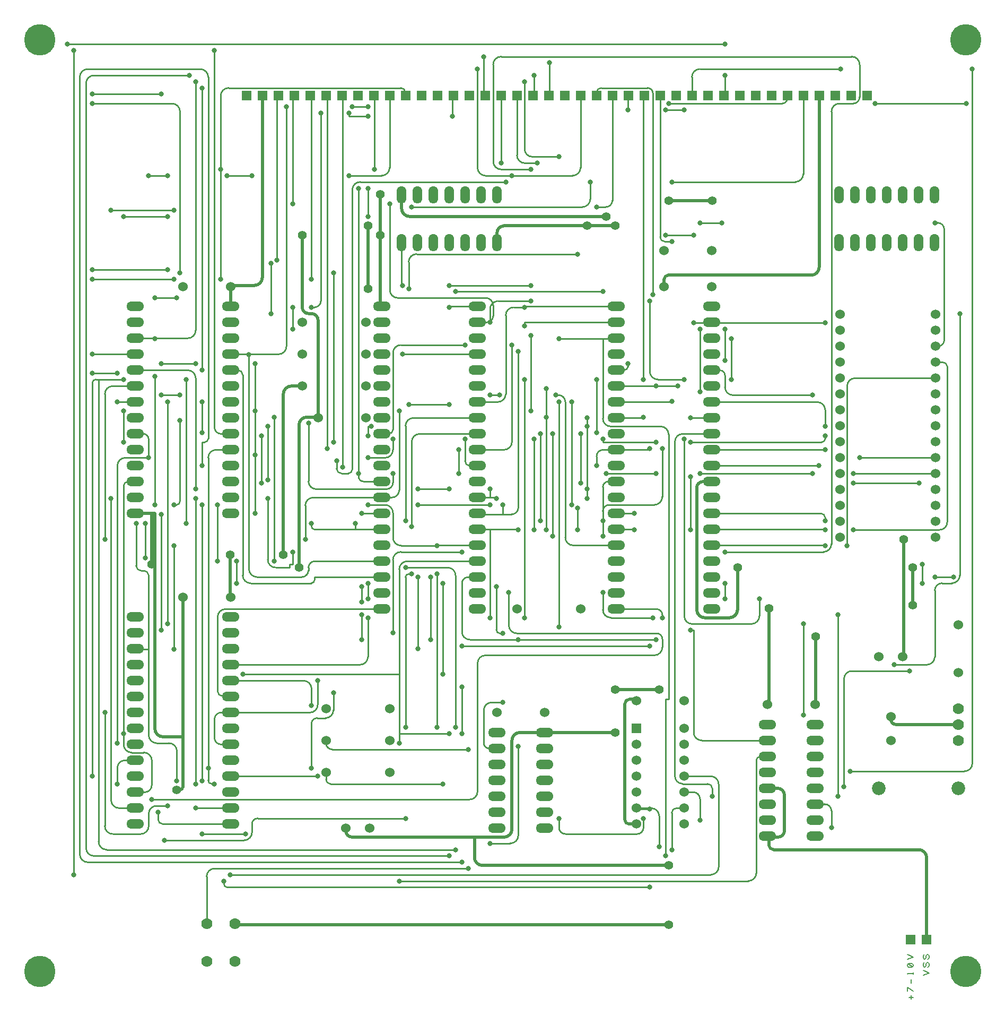
<source format=gbr>
G04 EasyPC Gerber Version 20.0.2 Build 4112 *
G04 #@! TF.Part,Single*
G04 #@! TF.FileFunction,Copper,L2,Bot *
%FSLAX35Y35*%
%MOIN*%
G04 #@! TA.AperFunction,ComponentPad*
%ADD75O,0.06000X0.11000*%
%ADD71R,0.06000X0.06000*%
G04 #@! TD.AperFunction*
%ADD12C,0.00500*%
%ADD15C,0.01000*%
%ADD24C,0.02000*%
G04 #@! TA.AperFunction,ViaPad*
%ADD25C,0.03200*%
%ADD23C,0.05600*%
G04 #@! TA.AperFunction,ComponentPad*
%ADD70C,0.06000*%
%ADD21C,0.07000*%
%ADD22C,0.08600*%
G04 #@! TA.AperFunction,WasherPad*
%ADD18C,0.19685*%
G04 #@! TA.AperFunction,ComponentPad*
%ADD19O,0.11000X0.06000*%
X0Y0D02*
D02*
D12*
X575913Y10600D02*
Y13100D01*
X577163Y11850D02*
X574663D01*
X577163Y15600D02*
X573413Y18100D01*
Y15600*
X575913Y20600D02*
Y23100D01*
X577163Y26225D02*
Y27475D01*
Y26850D02*
X573413D01*
X574037Y26225*
X576850Y30913D02*
X577163Y31537D01*
Y32163*
X576850Y32787*
X576225Y33100*
X574350*
X573725Y32787*
X573413Y32163*
Y31537*
X573725Y30913*
X574350Y30600*
X576225*
X576850Y30913*
X573725Y32787*
X573413Y35600D02*
X577163Y37163D01*
X573413Y38725*
X583413Y25600D02*
X587163Y27163D01*
X583413Y28725*
X586225Y30600D02*
X586850Y30913D01*
X587163Y31537*
Y32787*
X586850Y33413*
X586225Y33725*
X585600Y33413*
X585287Y32787*
Y31537*
X584975Y30913*
X584350Y30600*
X583725Y30913*
X583413Y31537*
Y32787*
X583725Y33413*
X584350Y33725*
X586225Y35600D02*
X586850Y35913D01*
X587163Y36537*
Y37787*
X586850Y38413*
X586225Y38725*
X585600Y38413*
X585287Y37787*
Y36537*
X584975Y35913*
X584350Y35600*
X583725Y35913*
X583413Y36537*
Y37787*
X583725Y38413*
X584350Y38725*
D02*
D15*
X45482Y610403D02*
X458868D01*
X49419Y606466D02*
Y88750D01*
X61230Y415600D02*
X88100D01*
X61230Y468671D02*
X108474D01*
X61230Y573002D02*
X111348D01*
G75*
G02X116348Y568002J-5000*
G01*
Y466702*
X65167Y399773D02*
X80915D01*
X65167D02*
X63399D01*
G75*
G03X61230Y397604J-2169*
G01*
Y150600*
X65167Y399773D02*
Y109498D01*
G75*
G03X70167Y104498I5000*
G01*
X289576*
X69104Y190600D02*
Y119340D01*
G75*
G03X74104Y114340I5000*
G01*
X91663*
G75*
G03X96663Y119340J5000*
G01*
Y127057*
G75*
G02X101663Y132057I5000*
G01*
X108474*
X69104Y299380D02*
Y390600D01*
G75*
G02X74104Y395600I5000*
G01*
X88100*
X73041Y324970D02*
Y135600D01*
G75*
G03X78041Y130600I5000*
G01*
X88100*
X73041Y506072D02*
X112411D01*
X76978Y145836D02*
Y155923D01*
G75*
G02X81655Y160600I4677*
G01*
X88100*
X76978Y171427D02*
Y345561D01*
G75*
G02X81978Y350561I5000*
G01*
X96663*
X76978Y385600D02*
X88100D01*
X76978Y403710D02*
X61230D01*
X80915Y177332D02*
Y332891D01*
G75*
G02X83624Y335600I2709*
G01*
X88100*
X80915Y177332D02*
Y170521D01*
G75*
G03X85915Y165521I5000*
G01*
X93631*
G75*
G02X98631Y160521J-5000*
G01*
Y144982*
G75*
G02X94250Y140600I-4382*
G01*
X88100*
X80915Y380088D02*
Y360403D01*
X94694Y309222D02*
Y287569D01*
X96663Y230482D02*
X88789D01*
X88100Y230600*
X96663Y230482D02*
Y276641D01*
G75*
G03X93610Y279694I-3053*
G01*
X91842*
G75*
G02X88789Y282748J3053*
G01*
Y309222*
X96663Y230482D02*
Y176427D01*
G75*
G03X101663Y171427I5000*
G01*
X109380*
G75*
G02X114380Y166427J-5000*
G01*
Y147805*
X96663Y350561D02*
Y362202D01*
G75*
G03X93265Y365600I-3398*
G01*
X88100*
X98631Y135994D02*
X298356D01*
G75*
G03X303356Y140994J5000*
G01*
Y221545*
G75*
G02X308356Y226545I5000*
G01*
X414498*
G75*
G03X419498Y231545J5000*
G01*
Y236819*
G75*
G03X415992Y240324I-3506*
G01*
X328041*
G75*
G02X323041Y245324J5000*
G01*
Y265915*
X100600Y401742D02*
Y321033D01*
Y425600D02*
X88100D01*
X100600D02*
Y425364D01*
Y425600D02*
X121191D01*
G75*
G03X126191Y430600J5000*
G01*
Y586781*
X100600Y450954D02*
X114380D01*
X102569Y128120D02*
Y123476D01*
G75*
G03X105444Y120600I2876*
G01*
X148100*
X104537Y315128D02*
Y242293D01*
Y578907D02*
X61230D01*
X108474Y246230D02*
Y385600D01*
Y502135D02*
X80915D01*
X108474Y527726D02*
X96663D01*
X112411Y295443D02*
Y230482D01*
Y462765D02*
X61230D01*
X116348Y374183D02*
Y323202D01*
G75*
G02X114179Y321033I-2169*
G01*
X112411*
X116348Y389931D02*
X104537D01*
X120285Y399773D02*
Y309222D01*
X126191Y130600D02*
X148100D01*
X126191Y145836D02*
Y324970D01*
Y330876D02*
Y400600D01*
G75*
G03X121191Y405600I-5000*
G01*
X88100*
X126191Y409616D02*
X104537D01*
X130128Y147805D02*
Y321033D01*
Y385600D02*
Y366309D01*
Y405679D02*
Y582844D01*
X134065Y155679D02*
Y350600D01*
G75*
G02X139065Y355600I5000*
G01*
X148100*
X134065Y155679D02*
Y148006D01*
G75*
G03X136234Y145836I2169*
G01*
X138002*
Y606466D02*
Y369765D01*
G75*
G03X142167Y365600I4165*
G01*
X148100*
X139970Y285600D02*
Y321033D01*
X141939Y531663D02*
Y462765D01*
Y531663D02*
Y577844D01*
G75*
G02X146939Y582844I5000*
G01*
X255124*
G75*
G02X258100Y579868J-2976*
G01*
Y578100*
X147844Y88750D02*
X449931D01*
G75*
G03X454931Y93750J5000*
G01*
Y145600*
G75*
G03X449931Y150600I-5000*
G01*
X433100*
X148100Y190600D02*
X142167D01*
G75*
G03X138002Y186435J-4165*
G01*
Y174765*
G75*
G03X142167Y170600I4165*
G01*
X148100*
Y200600D02*
X147844Y200954D01*
X143023*
G75*
G02X139970Y204007J3053*
G01*
Y250600*
G75*
G02X144970Y255600I5000*
G01*
X243100*
X151781Y271820D02*
Y285600D01*
X157687Y114340D02*
X130128D01*
X159655Y415521D02*
Y280757D01*
G75*
G03X164655Y275757I5000*
G01*
X193019*
G75*
G03X197057Y279795J4037*
G01*
Y281563*
G75*
G02X201094Y285600I4037*
G01*
X243100*
X161624Y527726D02*
X145876D01*
X163592Y315600D02*
Y409616D01*
Y380088D02*
Y352529D01*
X167529Y364340D02*
Y334813D01*
X171466Y324970D02*
Y286663D01*
G75*
G03X176466Y281663I5000*
G01*
X185246*
Y283631*
X187214*
Y291506*
X171466Y370246D02*
Y336781D01*
X173435Y472608D02*
Y441112D01*
X175403Y285600D02*
Y376151D01*
X177372Y474576D02*
Y578100D01*
X178100*
X183277Y571033D02*
Y420600D01*
G75*
G02X178277Y415600I-5000*
G01*
X148100*
X187214Y431269D02*
Y445049D01*
Y510009D02*
Y578100D01*
X188100*
X195088Y299380D02*
Y320600D01*
G75*
G02X200088Y325600I5000*
G01*
X243100*
X197057Y372214D02*
Y335876D01*
G75*
G03X202057Y330876I5000*
G01*
X246169*
G75*
G03X250206Y334913J4037*
G01*
Y340718*
X199025Y155679D02*
Y183669D01*
G75*
G02X202531Y187175I3506*
G01*
X207805*
G75*
G03X212805Y192175J5000*
G01*
Y202923*
X199025Y195049D02*
Y205600D01*
G75*
G03X194025Y210600I-5000*
G01*
X148100*
X199025Y445049D02*
X200793D01*
G75*
G03X204931Y449187J4138*
G01*
Y567096*
X199025Y462765D02*
Y578100D01*
X198100*
X202962Y150600D02*
X148100D01*
X202962Y210797D02*
Y195600D01*
G75*
G02X197962Y190600I-5000*
G01*
X148100*
X208868Y356466D02*
Y578100D01*
X208100*
X212805Y466702D02*
Y360403D01*
X214773Y348592D02*
Y343771D01*
G75*
G03X217826Y340718I3053*
G01*
X222105*
G75*
G03X224616Y343229J2511*
G01*
Y518789*
G75*
G02X229616Y523789I5000*
G01*
X321072*
X218710Y344655D02*
Y578100D01*
X218100*
X222647Y527726D02*
X243100D01*
G75*
G03X248100Y532726J5000*
G01*
Y578100*
X222647Y567096D02*
Y565128D01*
X234458*
X224616Y571033D02*
X234458D01*
X226584Y305600D02*
X243100D01*
X226584D02*
Y309222D01*
Y305600D02*
X200880D01*
G75*
G02X199025Y307454J1854*
G01*
Y309222*
X228553Y340718D02*
Y338950D01*
G75*
G03X231903Y335600I3350*
G01*
X243100*
X228553Y519852D02*
Y340718D01*
X230521Y252135D02*
Y236387D01*
Y269852D02*
Y260009D01*
Y315600D02*
X243100D01*
X234458Y250167D02*
Y225600D01*
G75*
G02X229458Y220600I-5000*
G01*
X148100*
X234458Y261978D02*
Y271820D01*
Y350561D02*
X245206D01*
G75*
G03X250206Y355561J5000*
G01*
Y362372*
X234458Y519852D02*
Y502135D01*
X236427Y370246D02*
X234458D01*
Y364340*
X238395Y531663D02*
Y578100D01*
X238100*
X243100Y275600D02*
X242332Y275757D01*
X200994*
Y273990*
G75*
G02X198824Y271820I-2169*
G01*
X160718*
G75*
G02X155718Y276820J5000*
G01*
Y402675*
G75*
G03X152793Y405600I-2925*
G01*
X148100*
X248238Y510009D02*
Y455954D01*
G75*
G03X253238Y450954I5000*
G01*
X308488*
G75*
G02X313198Y446244J-4711*
G01*
Y439765*
G75*
G02X309033Y435600I-4165*
G01*
X303100*
X254143Y84813D02*
X473553D01*
G75*
G03X478553Y89813J5000*
G01*
Y160460*
G75*
G02X481193Y163100I2640*
G01*
X485600*
X254143Y177332D02*
Y214734D01*
Y177332D02*
Y171427D01*
Y177332D02*
X285639D01*
X254143Y214734D02*
Y280600D01*
G75*
G02X259143Y285600I5000*
G01*
X303100*
X254143Y214734D02*
X155718D01*
X254143Y380088D02*
Y330238D01*
G75*
G02X249506Y325600I-4638*
G01*
X243100*
X256112Y415600D02*
X303100D01*
X256112Y458828D02*
X255600D01*
Y485600*
X258080Y124183D02*
X165130D01*
G75*
G03X161624Y120677J-3506*
G01*
Y115403*
G75*
G02X156624Y110403I-5000*
G01*
X106506*
X258080Y281663D02*
X284576D01*
G75*
G02X289576Y276663J-5000*
G01*
Y181269*
X258080Y311191D02*
Y370600D01*
G75*
G02X263080Y375600I5000*
G01*
X303100*
X260049Y456860D02*
Y473513D01*
G75*
G02X265049Y478513I5000*
G01*
X366348*
X262017Y277726D02*
X260250D01*
G75*
G03X258080Y275557J-2169*
G01*
Y181269*
X262017Y307254D02*
Y360600D01*
G75*
G02X267017Y365600I5000*
G01*
X303100*
X262017Y508041D02*
X369222D01*
G75*
G03X374222Y513041J5000*
G01*
Y523789*
X265954Y275757D02*
Y230600D01*
Y330876D02*
X285639D01*
X273828Y236387D02*
Y275757D01*
X277765Y181269D02*
Y277726D01*
Y295443D02*
Y295600D01*
X303100*
X277765Y295443D02*
X255206D01*
G75*
G02X250206Y300443J5000*
G01*
Y316033*
G75*
G03X245206Y321033I-5000*
G01*
X234458*
X281702Y145836D02*
X210848D01*
G75*
G02X208100Y148584J2748*
G01*
Y153100*
X281702Y214734D02*
Y271820D01*
X285639Y100561D02*
X62293D01*
G75*
G02X57293Y105561J5000*
G01*
Y585718*
G75*
G02X62293Y590718I5000*
G01*
X122254*
X285639Y384025D02*
X260049D01*
X285639Y445049D02*
Y445600D01*
X303100*
X287608Y565128D02*
Y578100D01*
X288100*
X289576Y454891D02*
X382096D01*
X291545Y355600D02*
Y340718D01*
X293513Y96624D02*
X58356D01*
G75*
G02X53356Y101624J5000*
G01*
Y589655*
G75*
G02X58356Y594655I5000*
G01*
X129065*
G75*
G02X134065Y589655J-5000*
G01*
Y362572*
G75*
G02X131895Y360403I-2169*
G01*
X130128*
Y345600*
X293513Y206860D02*
Y177332D01*
Y291506D02*
X255206D01*
G75*
G03X250206Y286506J-5000*
G01*
Y240600*
X295482Y362372D02*
Y348525D01*
G75*
G03X298407Y345600I2925*
G01*
X303100*
X295482Y421427D02*
X255206D01*
G75*
G03X250206Y416427J-5000*
G01*
Y368269*
G75*
G02X247537Y365600I-2669*
G01*
X243100*
X297450Y92687D02*
X138100D01*
G75*
G03X133100Y87687J-5000*
G01*
Y58100*
X297450Y167490D02*
X211943D01*
G75*
G02X208100Y171332J3843*
G01*
Y173100*
X303100Y305600D02*
X311230D01*
X303100Y325600D02*
X311230D01*
X307293Y602529D02*
Y578100D01*
X308100*
X311230Y108435D02*
X323946D01*
G75*
G03X328946Y113435J5000*
G01*
Y169458*
X311230Y250167D02*
Y305600D01*
Y321033D02*
X265954D01*
X311230Y330876D02*
Y325600D01*
Y389931D02*
X317135D01*
X315167Y269852D02*
Y242494D01*
G75*
G03X317336Y240324I2169*
G01*
X319104*
X315167Y324970D02*
Y325600D01*
X311230*
X318100Y535600D02*
Y578100D01*
X319104Y197017D02*
X312293D01*
G75*
G03X307293Y192017J-5000*
G01*
Y171370*
G75*
G03X310563Y168100I3270*
G01*
X315600*
X319104Y315128D02*
X303356D01*
X303100Y315600*
X319104Y315128D02*
X324909D01*
G75*
G03X328946Y319165J4037*
G01*
Y417490*
X319104Y315128D02*
Y321033D01*
X325009Y421427D02*
Y360600D01*
G75*
G02X320009Y355600I-5000*
G01*
X303100*
X325009Y527726D02*
X363100D01*
G75*
G03X368100Y532726J5000*
G01*
Y578100*
X325009Y527726D02*
X308356D01*
G75*
G02X303356Y532726J5000*
G01*
Y594655*
X328946Y236387D02*
X298513D01*
G75*
G02X293513Y241387J5000*
G01*
Y271691*
G75*
G02X297423Y275600I3909*
G01*
X303100*
X328946Y236387D02*
X415561D01*
X328946Y305285D02*
Y305600D01*
X311230*
X332883Y250167D02*
Y399773D01*
Y433238D02*
Y435600D01*
X390600*
X332883Y445049D02*
X326072D01*
G75*
G03X321072Y440049J-5000*
G01*
Y390600*
G75*
G02X316072Y385600I-5000*
G01*
X303100*
X332883Y445049D02*
Y445600D01*
X390600*
X332883Y586781D02*
Y544537D01*
G75*
G03X337883Y539537I5000*
G01*
X354537*
X336820Y380088D02*
Y427332D01*
Y448986D02*
X316230D01*
G75*
G03X311230Y443986J-5000*
G01*
Y435600*
X336820Y458828D02*
X285639D01*
X338789Y305285D02*
Y362372D01*
Y590718D02*
Y578100D01*
X338100*
X340757Y535600D02*
X333100D01*
G75*
G02X328100Y540600J5000*
G01*
Y578100*
X342726Y365600D02*
Y311191D01*
X346663Y305285D02*
Y376151D01*
Y393868D02*
Y376151D01*
X348631Y598592D02*
Y578100D01*
X348100*
X350600Y365600D02*
Y301348D01*
X352569Y389931D02*
X354336D01*
G75*
G02X358474Y385793J-4138*
G01*
Y300600*
G75*
G03X363474Y295600I5000*
G01*
X390600*
X354537Y244261D02*
Y385600D01*
X362411D02*
Y321033D01*
X366348Y319065D02*
Y305285D01*
X368317Y365600D02*
Y334813D01*
X372254Y330876D02*
Y370246D01*
Y375600D02*
Y324970D01*
X378159Y345600D02*
Y351484D01*
G75*
G02X382275Y355600I4116*
G01*
X390600*
X378159Y399773D02*
Y366309D01*
Y508041D02*
X384013D01*
G75*
G03X388100Y512128J4087*
G01*
Y578100*
X382096Y265915D02*
Y255167D01*
G75*
G03X387096Y250167I5000*
G01*
X413592*
X382096Y301348D02*
Y332232D01*
G75*
G02X385464Y335600I3368*
G01*
X390600*
X382096Y311191D02*
Y316996D01*
G75*
G02X386133Y321033I4037*
G01*
X414498*
G75*
G03X419498Y326033J5000*
G01*
Y356466*
X382096Y362372D02*
Y360403D01*
X415561*
X382096Y425364D02*
X389970D01*
X390600Y425600*
X382096Y425364D02*
Y375246D01*
G75*
G03X387096Y370246I5000*
G01*
X418435*
G75*
G02X423435Y365246J-5000*
G01*
Y198986*
X421466*
Y100561*
X382096Y425364D02*
X354537D01*
X384065Y340718D02*
X415561D01*
X390600Y395600D02*
X415561D01*
X397844Y409616D02*
Y407848D01*
G75*
G02X395596Y405600I-2248*
G01*
X390600*
X397844Y569065D02*
Y578100D01*
X398100*
X401781Y305285D02*
Y305600D01*
X390600*
X401781Y315600D02*
X390600D01*
X407687Y124183D02*
Y118378D01*
G75*
G02X403649Y114340I-4037*
G01*
X358574*
G75*
G02X354537Y118378J4037*
G01*
Y124183*
X407687Y376151D02*
Y375600D01*
X390600*
X407687Y399773D02*
Y578100D01*
X408100*
X411624Y80876D02*
X146076D01*
G75*
G02X143907Y83045J2169*
G01*
Y84813*
X411624Y130088D02*
X403100D01*
Y130600*
X411624Y232450D02*
X293513D01*
X411624Y356466D02*
Y355600D01*
X390600*
X411624Y448986D02*
Y404773D01*
G75*
G03X416624Y399773I5000*
G01*
X433277*
X413592Y452923D02*
Y579411D01*
G75*
G03X410159Y582844I-3433*
G01*
X381076*
G75*
G03X378100Y579868J-2976*
G01*
Y578100*
X415561Y395600D02*
X417529Y106466*
Y125600D01*
G75*
G03X412529Y130600I-5000*
G01*
X403100*
X419498Y250167D02*
Y251935D01*
G75*
G03X415832Y255600I-3665*
G01*
X390600*
X421466Y490324D02*
X439183D01*
X423435Y573002D02*
X494769D01*
G75*
G03X498100Y576332J3331*
G01*
Y578100*
X425403Y104498D02*
Y127635D01*
G75*
G02X428368Y130600I2965*
G01*
X433100*
X425403Y385994D02*
Y385600D01*
X390600*
X425403Y486387D02*
X420868D01*
G75*
G02X418100Y489155J2768*
G01*
Y578100*
X425403Y523789D02*
X503100D01*
G75*
G03X508100Y528789J5000*
G01*
Y578100*
X429340Y395836D02*
Y395600D01*
X415561*
X433277Y569065D02*
X421466D01*
X437214Y242293D02*
X439183D01*
Y178100*
G75*
G03X444183Y173100I5000*
G01*
X485600*
X437214Y338750D02*
Y305285D01*
Y360403D02*
X519691D01*
G75*
G03X521860Y362572J2169*
G01*
Y364340*
X437214Y375600D02*
X450600D01*
X443120Y123100D02*
Y136474D01*
G75*
G03X438994Y140600I-4126*
G01*
X433100*
X443120Y391899D02*
Y431269D01*
Y498198D02*
X456899D01*
X450994Y137962D02*
Y142783D01*
G75*
G03X447941Y145836I-3053*
G01*
X432372*
G75*
G02X427372Y150836J5000*
G01*
Y360600*
G75*
G02X432372Y365600I5000*
G01*
X450600*
X450994Y435206D02*
X450600Y435600D01*
X450994Y435206D02*
X439183D01*
X450994D02*
X521860D01*
X458868Y271820D02*
Y261978D01*
Y291506D02*
X520797D01*
G75*
G03X525797Y296506J5000*
G01*
Y568002*
G75*
G02X530797Y573002I5000*
G01*
X539455*
G75*
G03X543513Y577060J4058*
G01*
Y597529*
G75*
G03X538513Y602529I-5000*
G01*
X318198*
G75*
G03X313198Y597529J-5000*
G01*
Y536663*
G75*
G03X318198Y531663I5000*
G01*
X336820*
X458868Y431269D02*
Y411584D01*
Y590718D02*
Y578100D01*
X458100*
X462805Y399773D02*
Y425364D01*
X480521Y261978D02*
Y251230D01*
G75*
G02X475521Y246230I-5000*
G01*
X438277*
G75*
G02X433277Y251230J5000*
G01*
Y362372*
X508080Y246230D02*
Y189143D01*
X513986Y340718D02*
X443120D01*
X513986Y389931D02*
X463868D01*
G75*
G02X458868Y394931J5000*
G01*
Y402350*
G75*
G03X455618Y405600I-3250*
G01*
X450600*
X517923Y345600D02*
X450600D01*
X521860Y295443D02*
Y295600D01*
X450600*
X521860Y305285D02*
Y305600D01*
X450600*
X521860Y311191D02*
Y312958D01*
G75*
G03X519218Y315600I-2642*
G01*
X450600*
X521860Y355600D02*
X450600D01*
X521860Y370246D02*
Y380600D01*
G75*
G03X516860Y385600I-5000*
G01*
X450600*
X525797Y118277D02*
Y128885D01*
G75*
G03X521582Y133100I-4215*
G01*
X515600*
X529734Y252135D02*
Y137962D01*
X531702Y594655D02*
X443100D01*
G75*
G03X438100Y589655J-5000*
G01*
Y578100*
X533671Y143868D02*
Y211702D01*
G75*
G02X538671Y216702I5000*
G01*
X575009*
X535639Y295443D02*
Y395600D01*
G75*
G02X540639Y400600I5000*
G01*
X591100*
X539576Y305285D02*
X593631D01*
G75*
G03X598631Y310285J5000*
G01*
Y407718*
G75*
G03X595750Y410600I-2882*
G01*
X591100*
X539576Y334813D02*
X580915D01*
X539576Y340718D02*
X591100D01*
Y340600*
X543513Y350561D02*
X591100D01*
Y350600*
X565167Y220639D02*
X585757D01*
G75*
G03X590757Y225639J5000*
G01*
Y267330*
G75*
G02X595248Y271820I4490*
G01*
X601506*
G75*
G03X606506Y276820J5000*
G01*
Y441112*
X582883Y283631D02*
Y271820D01*
X590757Y498198D02*
X592525D01*
G75*
G02X596663Y494061J-4138*
G01*
Y424395*
G75*
G02X592868Y420600I-3795*
G01*
X591100*
X602569Y275757D02*
X590757D01*
X610443Y573002D02*
X553356D01*
X614380Y594655D02*
Y158710D01*
G75*
G02X609380Y153710I-5000*
G01*
X537608*
D02*
D18*
X28100Y28100D03*
Y613100D03*
X610049Y28100D03*
Y613100D03*
D02*
D19*
X88100Y120600D03*
Y130600D03*
Y140600D03*
Y150600D03*
Y160600D03*
Y170600D03*
Y180600D03*
Y190600D03*
Y200600D03*
Y210600D03*
Y220600D03*
Y230600D03*
Y240600D03*
Y250600D03*
Y315600D03*
Y325600D03*
Y335600D03*
Y345600D03*
Y355600D03*
Y365600D03*
Y375600D03*
Y385600D03*
Y395600D03*
Y405600D03*
Y415600D03*
Y425600D03*
Y435600D03*
Y445600D03*
X148100Y120600D03*
Y130600D03*
Y140600D03*
Y150600D03*
Y160600D03*
Y170600D03*
Y180600D03*
Y190600D03*
Y200600D03*
Y210600D03*
Y220600D03*
Y230600D03*
Y240600D03*
Y250600D03*
Y315600D03*
Y325600D03*
Y335600D03*
Y345600D03*
Y355600D03*
Y365600D03*
Y375600D03*
Y385600D03*
Y395600D03*
Y405600D03*
Y415600D03*
Y425600D03*
Y435600D03*
Y445600D03*
X243100Y255600D03*
Y265600D03*
Y275600D03*
Y285600D03*
Y295600D03*
Y305600D03*
Y315600D03*
Y325600D03*
Y335600D03*
Y345600D03*
Y355600D03*
Y365600D03*
Y375600D03*
Y385600D03*
Y395600D03*
Y405600D03*
Y415600D03*
Y425600D03*
Y435600D03*
Y445600D03*
X303100Y255600D03*
Y265600D03*
Y275600D03*
Y285600D03*
Y295600D03*
Y305600D03*
Y315600D03*
Y325600D03*
Y335600D03*
Y345600D03*
Y355600D03*
Y365600D03*
Y375600D03*
Y385600D03*
Y395600D03*
Y405600D03*
Y415600D03*
Y425600D03*
Y435600D03*
Y445600D03*
X315600Y118100D03*
Y128100D03*
Y138100D03*
Y148100D03*
Y158100D03*
Y168100D03*
Y178100D03*
X345600Y118100D03*
Y128100D03*
Y138100D03*
Y148100D03*
Y158100D03*
Y168100D03*
Y178100D03*
X390600Y255600D03*
Y265600D03*
Y275600D03*
Y285600D03*
Y295600D03*
Y305600D03*
Y315600D03*
Y325600D03*
Y335600D03*
Y345600D03*
Y355600D03*
Y365600D03*
Y375600D03*
Y385600D03*
Y395600D03*
Y405600D03*
Y415600D03*
Y425600D03*
Y435600D03*
Y445600D03*
X450600Y255600D03*
Y265600D03*
Y275600D03*
Y285600D03*
Y295600D03*
Y305600D03*
Y315600D03*
Y325600D03*
Y335600D03*
Y345600D03*
Y355600D03*
Y365600D03*
Y375600D03*
Y385600D03*
Y395600D03*
Y405600D03*
Y415600D03*
Y425600D03*
Y435600D03*
Y445600D03*
X485600Y113100D03*
Y123100D03*
Y133100D03*
Y143100D03*
Y153100D03*
Y163100D03*
Y173100D03*
Y183100D03*
X515600Y113100D03*
Y123100D03*
Y133100D03*
Y143100D03*
Y153100D03*
Y163100D03*
Y173100D03*
Y183100D03*
D02*
D70*
X118100Y263100D03*
Y458100D03*
X148100Y263100D03*
Y458100D03*
X193100Y395600D03*
Y415600D03*
Y435600D03*
X203100Y375600D03*
X208100Y153100D03*
Y173100D03*
Y193100D03*
X220600Y118100D03*
X233100Y375600D03*
Y395600D03*
Y415600D03*
Y435600D03*
X235600Y118100D03*
X248100Y153100D03*
Y173100D03*
Y193100D03*
X315600Y190600D03*
X328100Y255600D03*
X345600Y190600D03*
X368100Y255600D03*
X403100Y120600D03*
Y130600D03*
Y140600D03*
Y150600D03*
Y160600D03*
Y170600D03*
Y198100D03*
X420600Y458100D03*
Y480600D03*
X433100Y120600D03*
Y130600D03*
Y140600D03*
Y150600D03*
Y160600D03*
Y170600D03*
Y180600D03*
Y198100D03*
X450600Y458100D03*
Y480600D03*
X485600Y195600D03*
X515600D03*
X531100Y300600D03*
Y310600D03*
Y320600D03*
Y330600D03*
Y340600D03*
Y350600D03*
Y360600D03*
Y370600D03*
Y380600D03*
Y390600D03*
Y400600D03*
Y410600D03*
Y420600D03*
Y430600D03*
Y440600D03*
X555600Y225600D03*
X563100Y173100D03*
Y188100D03*
X570600Y225600D03*
X591100Y300600D03*
Y310600D03*
Y320600D03*
Y330600D03*
Y340600D03*
Y350600D03*
Y360600D03*
Y370600D03*
Y380600D03*
Y390600D03*
Y400600D03*
Y410600D03*
Y420600D03*
Y430600D03*
Y440600D03*
X605600Y215600D03*
Y245600D03*
D02*
D71*
X158100Y578100D03*
X168100D03*
X178100D03*
X188100D03*
X198100D03*
X208100D03*
X218100D03*
X228100D03*
X238100D03*
X248100D03*
X258100D03*
X268100D03*
X278100D03*
X288100D03*
X298100D03*
X308100D03*
X318100D03*
X328100D03*
X338100D03*
X348100D03*
X358100D03*
X368100D03*
X378100D03*
X388100D03*
X398100D03*
X403100Y180600D03*
X408100Y578100D03*
X418100D03*
X428100D03*
X438100D03*
X448100D03*
X458100D03*
X468100D03*
X478100D03*
X488100D03*
X498100D03*
X508100D03*
X518100D03*
X528100D03*
X538100D03*
X548100D03*
X575600Y48100D03*
X585600D03*
D02*
D21*
X133100Y34478D03*
Y58100D03*
X150817Y34478D03*
Y58100D03*
X605600Y173100D03*
Y183100D03*
Y193100D03*
D02*
D22*
X555600Y143100D03*
X605600D03*
D02*
D23*
X98631Y283631D03*
X114380Y141899D03*
X147844Y289537D03*
X181309D03*
X191151Y281663D03*
X193120Y490324D03*
X234458Y456860D03*
Y496230D03*
X242332Y490324D03*
Y515915D03*
X372254Y496230D03*
X384065Y502135D03*
X389970Y178100D03*
Y204891D03*
Y496230D03*
X417529Y204891D03*
X423435Y57254D03*
Y94655D03*
Y511978D03*
X450994D03*
X466742Y281663D03*
X486427Y256072D03*
X515954Y238356D03*
X571072Y299380D03*
X576978Y258041D03*
Y281663D03*
D02*
D24*
X98631Y315600D02*
X88100D01*
X98631D02*
Y283631D01*
X118100Y175364D02*
Y263100D01*
Y175364D02*
X105600D01*
G75*
G02X100600Y180364J5000*
G01*
Y315600*
X98631*
X118100Y175364D02*
Y143852D01*
G75*
G02X116147Y141899I-1953*
G01*
X114380*
X147844Y289537D02*
Y263100D01*
X148100*
Y458100D02*
Y445600D01*
Y458100D02*
X147844Y458828D01*
X163100*
G75*
G03X168100Y463828J5000*
G01*
Y578100*
X181309Y289537D02*
Y390600D01*
G75*
G02X186309Y395600I5000*
G01*
X193100*
X191151Y281663D02*
Y371151D01*
G75*
G02X196151Y376151I5000*
G01*
X202962*
X203100Y375600*
X193120Y490324D02*
Y445218D01*
G75*
G03X197226Y441112I4106*
G01*
X198994*
G75*
G02X203100Y437006J-4106*
G01*
Y375600*
X234458Y456860D02*
Y496230D01*
X242332Y490324D02*
Y445600D01*
X243100*
X242332Y490324D02*
Y515915D01*
X301387Y112372D02*
X224561D01*
G75*
G02X220600Y116332J3961*
G01*
Y118100*
X301387Y112372D02*
Y99655D01*
G75*
G03X306387Y94655I5000*
G01*
X423435*
X301387Y112372D02*
X320009D01*
G75*
G03X325009Y117372J5000*
G01*
Y173100*
G75*
G02X330009Y178100I5000*
G01*
X345600*
X372254Y496230D02*
X389970D01*
X372254D02*
X320031D01*
G75*
G03X315600Y491799J-4431*
G01*
Y485600*
X384065Y502135D02*
X260600D01*
G75*
G02X255600Y507135J5000*
G01*
Y515600*
X389970Y178100D02*
X345600D01*
X389970Y204891D02*
X417529D01*
X403100Y198100D02*
X403750Y198986D01*
X398929*
G75*
G03X395876Y195933J-3053*
G01*
Y123328*
G75*
G03X398604Y120600I2728*
G01*
X403100*
X423435Y57254D02*
X150817D01*
Y58100*
X423435Y511978D02*
X450994D01*
X466742Y281663D02*
Y255167D01*
G75*
G02X461742Y250167I-5000*
G01*
X446151*
G75*
G02X441151Y255167J5000*
G01*
Y331759*
G75*
G02X444992Y335600I3841*
G01*
X450600*
X486427Y112372D02*
X485600Y113100D01*
X486427Y112372D02*
X492232D01*
G75*
G03X496269Y116409J4037*
G01*
Y138649*
G75*
G03X491819Y143100I-4451*
G01*
X485600*
X486427Y112372D02*
Y107551D01*
G75*
G03X489480Y104498I3053*
G01*
X580600*
G75*
G02X585600Y99498J-5000*
G01*
Y48100*
X486427Y256072D02*
Y195600D01*
X485600*
X515954Y238356D02*
Y195600D01*
X515600*
X518100Y578100D02*
Y470246D01*
G75*
G02X513100Y465246I-5000*
G01*
X423289*
G75*
G03X420600Y462557J-2689*
G01*
Y458100*
X563100Y188100D02*
Y186332D01*
G75*
G03X566332Y183100I3232*
G01*
X605600*
X571072Y299380D02*
Y225600D01*
X570600*
X576978Y281663D02*
Y258041D01*
D02*
D25*
X45482Y610403D03*
X49419Y88750D03*
Y606466D03*
X61230Y150600D03*
Y403710D03*
Y415600D03*
Y462765D03*
Y468671D03*
Y573002D03*
Y578907D03*
X69104Y190600D03*
Y299380D03*
X73041Y324970D03*
Y506072D03*
X76978Y145836D03*
Y171427D03*
Y385600D03*
Y403710D03*
X80915Y177332D03*
Y360403D03*
Y380088D03*
Y399773D03*
Y502135D03*
X88789Y309222D03*
X94694Y287569D03*
Y309222D03*
X96663Y350561D03*
Y527726D03*
X98631Y135994D03*
X100600Y321033D03*
Y401742D03*
Y425364D03*
Y450954D03*
X102569Y128120D03*
X104537Y242293D03*
Y315128D03*
Y389931D03*
Y409616D03*
Y578907D03*
X106506Y110403D03*
X108474Y132057D03*
Y246230D03*
Y385600D03*
Y468671D03*
Y502135D03*
Y527726D03*
X112411Y230482D03*
Y295443D03*
Y321033D03*
Y462765D03*
Y506072D03*
X114380Y147805D03*
Y450954D03*
X116348Y374183D03*
Y389931D03*
Y466702D03*
X120285Y309222D03*
Y399773D03*
X122254Y590718D03*
X126191Y130600D03*
Y145836D03*
Y324970D03*
Y330876D03*
Y409616D03*
Y586781D03*
X130128Y114340D03*
Y147805D03*
Y321033D03*
Y345600D03*
Y366309D03*
Y385600D03*
Y405679D03*
Y582844D03*
X134065Y155679D03*
X138002Y145836D03*
Y606466D03*
X139970Y285600D03*
Y321033D03*
X141939Y462765D03*
Y531663D03*
X143907Y84813D03*
X145876Y527726D03*
X147844Y88750D03*
X151781Y271820D03*
Y285600D03*
X155718Y214734D03*
X157687Y114340D03*
X159655Y415521D03*
X161624Y527726D03*
X163592Y315600D03*
Y352529D03*
Y380088D03*
Y409616D03*
X167529Y334813D03*
Y364340D03*
X171466Y324970D03*
Y336781D03*
Y370246D03*
X173435Y441112D03*
Y472608D03*
X175403Y285600D03*
Y376151D03*
X177372Y474576D03*
X183277Y571033D03*
X187214Y291506D03*
Y431269D03*
Y445049D03*
Y510009D03*
X195088Y299380D03*
X197057Y372214D03*
X199025Y155679D03*
Y195049D03*
Y309222D03*
Y445049D03*
Y462765D03*
X202962Y150600D03*
Y210797D03*
X204931Y567096D03*
X208868Y356466D03*
X212805Y202923D03*
Y360403D03*
Y466702D03*
X214773Y348592D03*
X218710Y344655D03*
X222647Y527726D03*
Y567096D03*
X224616Y571033D03*
X226584Y309222D03*
X228553Y340718D03*
Y519852D03*
X230521Y236387D03*
Y252135D03*
Y260009D03*
Y269852D03*
Y315600D03*
X234458Y250167D03*
Y261978D03*
Y271820D03*
Y321033D03*
Y350561D03*
Y364340D03*
Y502135D03*
Y519852D03*
Y565128D03*
Y571033D03*
X236427Y370246D03*
X238395Y531663D03*
X248238Y510009D03*
X250206Y240600D03*
Y340718D03*
Y362372D03*
X254143Y84813D03*
Y171427D03*
Y380088D03*
X256112Y415600D03*
Y458828D03*
X258080Y124183D03*
Y181269D03*
Y281663D03*
Y311191D03*
X260049Y384025D03*
Y456860D03*
X262017Y277726D03*
Y307254D03*
Y508041D03*
X265954Y230600D03*
Y275757D03*
Y321033D03*
Y330876D03*
X273828Y236387D03*
Y275757D03*
X277765Y181269D03*
Y277726D03*
Y295443D03*
X281702Y145836D03*
Y214734D03*
Y271820D03*
X285639Y100561D03*
Y177332D03*
Y330876D03*
Y384025D03*
Y445049D03*
Y458828D03*
X287608Y565128D03*
X289576Y104498D03*
Y181269D03*
Y454891D03*
X291545Y340718D03*
Y355600D03*
X293513Y96624D03*
Y177332D03*
Y206860D03*
Y232450D03*
Y291506D03*
X295482Y362372D03*
Y421427D03*
X297450Y92687D03*
Y167490D03*
X303356Y594655D03*
X307293Y602529D03*
X311230Y108435D03*
Y250167D03*
Y321033D03*
Y330876D03*
Y389931D03*
Y435600D03*
X315167Y269852D03*
Y324970D03*
X317135Y389931D03*
X318100Y535600D03*
X319104Y197017D03*
Y240324D03*
Y321033D03*
X321072Y523789D03*
X323041Y265915D03*
X325009Y421427D03*
Y527726D03*
X328946Y169458D03*
Y236387D03*
Y305285D03*
Y417490D03*
X332883Y250167D03*
Y399773D03*
Y433238D03*
Y445049D03*
Y586781D03*
X336820Y380088D03*
Y427332D03*
Y448986D03*
Y458828D03*
Y531663D03*
X338789Y305285D03*
Y362372D03*
Y590718D03*
X340757Y535600D03*
X342726Y311191D03*
Y365600D03*
X346663Y305285D03*
Y376151D03*
Y393868D03*
X348631Y598592D03*
X350600Y301348D03*
Y365600D03*
X352569Y389931D03*
X354537Y124183D03*
Y244261D03*
Y385600D03*
Y425364D03*
Y539537D03*
X362411Y321033D03*
Y385600D03*
X366348Y305285D03*
Y319065D03*
Y478513D03*
X368317Y334813D03*
Y365600D03*
X372254Y324970D03*
Y330876D03*
Y370246D03*
Y375600D03*
X374222Y523789D03*
X378159Y345600D03*
Y366309D03*
Y399773D03*
Y508041D03*
X382096Y265915D03*
Y301348D03*
Y311191D03*
Y362372D03*
Y454891D03*
X384065Y340718D03*
X397844Y409616D03*
Y569065D03*
X401781Y305285D03*
Y315600D03*
X407687Y124183D03*
Y376151D03*
Y399773D03*
X411624Y80876D03*
Y130088D03*
Y232450D03*
Y356466D03*
Y448986D03*
X413592Y250167D03*
Y452923D03*
X415561Y236387D03*
Y340718D03*
Y360403D03*
Y395600D03*
X417529Y106466D03*
X419498Y250167D03*
Y356466D03*
X421466Y100561D03*
Y490324D03*
Y569065D03*
X423435Y573002D03*
X425403Y104498D03*
Y385994D03*
Y486387D03*
Y523789D03*
X429340Y395836D03*
X433277Y362372D03*
Y399773D03*
Y569065D03*
X437214Y242293D03*
Y305285D03*
Y338750D03*
Y360403D03*
Y375600D03*
X439183Y435206D03*
Y490324D03*
X443120Y123100D03*
Y340718D03*
Y391899D03*
Y431269D03*
Y498198D03*
X450994Y137962D03*
X456899Y498198D03*
X458868Y261978D03*
Y271820D03*
Y291506D03*
Y411584D03*
Y431269D03*
Y590718D03*
Y610403D03*
X462805Y399773D03*
Y425364D03*
X480521Y261978D03*
X508080Y189143D03*
Y246230D03*
X513986Y340718D03*
Y389931D03*
X517923Y345600D03*
X521860Y295443D03*
Y305285D03*
Y311191D03*
Y355600D03*
Y364340D03*
Y370246D03*
Y435206D03*
X525797Y118277D03*
X529734Y137962D03*
Y252135D03*
X531702Y594655D03*
X533671Y143868D03*
X535639Y295443D03*
X537608Y153710D03*
X539576Y305285D03*
Y334813D03*
Y340718D03*
X543513Y350561D03*
X553356Y573002D03*
X565167Y220639D03*
X575009Y216702D03*
X580915Y334813D03*
X582883Y271820D03*
Y283631D03*
X590757Y275757D03*
Y498198D03*
X602569Y275757D03*
X606506Y441112D03*
X610443Y573002D03*
X614380Y594655D03*
D02*
D75*
X255600Y485600D03*
Y515600D03*
X265600Y485600D03*
Y515600D03*
X275600Y485600D03*
Y515600D03*
X285600Y485600D03*
Y515600D03*
X295600Y485600D03*
Y515600D03*
X305600Y485600D03*
Y515600D03*
X315600Y485600D03*
Y515600D03*
X530600Y485600D03*
Y515600D03*
X540600Y485600D03*
Y515600D03*
X550600Y485600D03*
Y515600D03*
X560600Y485600D03*
Y515600D03*
X570600Y485600D03*
Y515600D03*
X580600Y485600D03*
Y515600D03*
X590600Y485600D03*
Y515600D03*
X0Y0D02*
M02*

</source>
